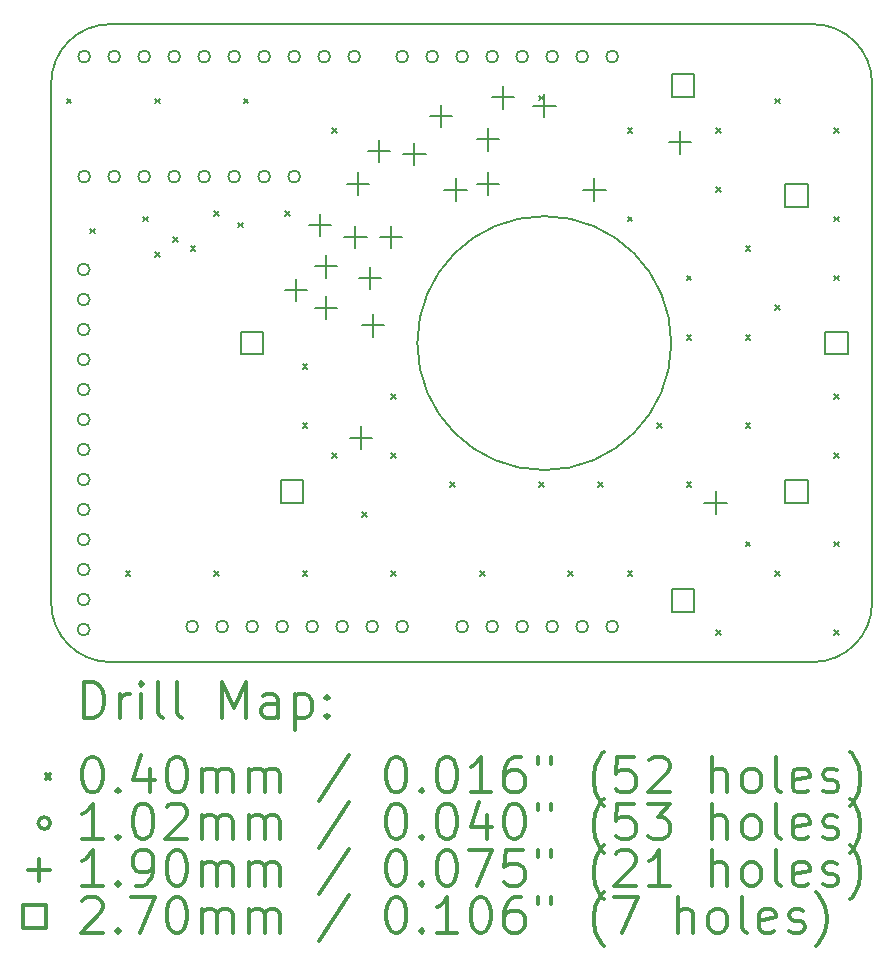
<source format=gbr>
%FSLAX45Y45*%
G04 Gerber Fmt 4.5, Leading zero omitted, Abs format (unit mm)*
G04 Created by KiCad (PCBNEW (2016-05-05 BZR 6775)-product) date 2016 August 31, Wednesday 02:40:12*
%MOMM*%
%LPD*%
G01*
G04 APERTURE LIST*
%ADD10C,0.127000*%
%ADD11C,0.150000*%
%ADD12C,0.200000*%
%ADD13C,0.300000*%
G04 APERTURE END LIST*
D10*
D11*
X13962000Y-12590000D02*
G75*
G03X13962000Y-12590000I-1075000J0D01*
G01*
X15162000Y-9890000D02*
X9212000Y-9890000D01*
X9212000Y-15290000D02*
X15162000Y-15290000D01*
X8712000Y-14790000D02*
G75*
G03X9212000Y-15290000I500000J0D01*
G01*
X8712000Y-14790000D02*
X8712000Y-10390000D01*
X15662000Y-10390000D02*
X15662000Y-14790000D01*
X15162000Y-15290000D02*
G75*
G03X15662000Y-14790000I0J500000D01*
G01*
X15662000Y-10390000D02*
G75*
G03X15162000Y-9890000I-500000J0D01*
G01*
X9212000Y-9890000D02*
G75*
G03X8712000Y-10390000I0J-500000D01*
G01*
D12*
X8842000Y-10520000D02*
X8882000Y-10560000D01*
X8882000Y-10520000D02*
X8842000Y-10560000D01*
X9042000Y-11620000D02*
X9082000Y-11660000D01*
X9082000Y-11620000D02*
X9042000Y-11660000D01*
X9342000Y-14520000D02*
X9382000Y-14560000D01*
X9382000Y-14520000D02*
X9342000Y-14560000D01*
X9492000Y-11520000D02*
X9532000Y-11560000D01*
X9532000Y-11520000D02*
X9492000Y-11560000D01*
X9592000Y-10520000D02*
X9632000Y-10560000D01*
X9632000Y-10520000D02*
X9592000Y-10560000D01*
X9592000Y-11820000D02*
X9632000Y-11860000D01*
X9632000Y-11820000D02*
X9592000Y-11860000D01*
X9742000Y-11695000D02*
X9782000Y-11735000D01*
X9782000Y-11695000D02*
X9742000Y-11735000D01*
X9892000Y-11770000D02*
X9932000Y-11810000D01*
X9932000Y-11770000D02*
X9892000Y-11810000D01*
X10092000Y-11470000D02*
X10132000Y-11510000D01*
X10132000Y-11470000D02*
X10092000Y-11510000D01*
X10092000Y-14520000D02*
X10132000Y-14560000D01*
X10132000Y-14520000D02*
X10092000Y-14560000D01*
X10292000Y-11570000D02*
X10332000Y-11610000D01*
X10332000Y-11570000D02*
X10292000Y-11610000D01*
X10342000Y-10520000D02*
X10382000Y-10560000D01*
X10382000Y-10520000D02*
X10342000Y-10560000D01*
X10692000Y-11470000D02*
X10732000Y-11510000D01*
X10732000Y-11470000D02*
X10692000Y-11510000D01*
X10842000Y-12770000D02*
X10882000Y-12810000D01*
X10882000Y-12770000D02*
X10842000Y-12810000D01*
X10842000Y-13270000D02*
X10882000Y-13310000D01*
X10882000Y-13270000D02*
X10842000Y-13310000D01*
X10842000Y-14520000D02*
X10882000Y-14560000D01*
X10882000Y-14520000D02*
X10842000Y-14560000D01*
X11092000Y-10770000D02*
X11132000Y-10810000D01*
X11132000Y-10770000D02*
X11092000Y-10810000D01*
X11092000Y-13520000D02*
X11132000Y-13560000D01*
X11132000Y-13520000D02*
X11092000Y-13560000D01*
X11342000Y-14020000D02*
X11382000Y-14060000D01*
X11382000Y-14020000D02*
X11342000Y-14060000D01*
X11592000Y-13020000D02*
X11632000Y-13060000D01*
X11632000Y-13020000D02*
X11592000Y-13060000D01*
X11592000Y-13520000D02*
X11632000Y-13560000D01*
X11632000Y-13520000D02*
X11592000Y-13560000D01*
X11592000Y-14520000D02*
X11632000Y-14560000D01*
X11632000Y-14520000D02*
X11592000Y-14560000D01*
X12092000Y-13770000D02*
X12132000Y-13810000D01*
X12132000Y-13770000D02*
X12092000Y-13810000D01*
X12342000Y-14520000D02*
X12382000Y-14560000D01*
X12382000Y-14520000D02*
X12342000Y-14560000D01*
X12842000Y-10495000D02*
X12882000Y-10535000D01*
X12882000Y-10495000D02*
X12842000Y-10535000D01*
X12842000Y-13770000D02*
X12882000Y-13810000D01*
X12882000Y-13770000D02*
X12842000Y-13810000D01*
X13092000Y-14520000D02*
X13132000Y-14560000D01*
X13132000Y-14520000D02*
X13092000Y-14560000D01*
X13342000Y-13770000D02*
X13382000Y-13810000D01*
X13382000Y-13770000D02*
X13342000Y-13810000D01*
X13592000Y-10770000D02*
X13632000Y-10810000D01*
X13632000Y-10770000D02*
X13592000Y-10810000D01*
X13592000Y-11520000D02*
X13632000Y-11560000D01*
X13632000Y-11520000D02*
X13592000Y-11560000D01*
X13592000Y-14520000D02*
X13632000Y-14560000D01*
X13632000Y-14520000D02*
X13592000Y-14560000D01*
X13842000Y-13270000D02*
X13882000Y-13310000D01*
X13882000Y-13270000D02*
X13842000Y-13310000D01*
X14092000Y-12020000D02*
X14132000Y-12060000D01*
X14132000Y-12020000D02*
X14092000Y-12060000D01*
X14092000Y-12520000D02*
X14132000Y-12560000D01*
X14132000Y-12520000D02*
X14092000Y-12560000D01*
X14092000Y-13770000D02*
X14132000Y-13810000D01*
X14132000Y-13770000D02*
X14092000Y-13810000D01*
X14342000Y-10770000D02*
X14382000Y-10810000D01*
X14382000Y-10770000D02*
X14342000Y-10810000D01*
X14342000Y-11270000D02*
X14382000Y-11310000D01*
X14382000Y-11270000D02*
X14342000Y-11310000D01*
X14342000Y-15020000D02*
X14382000Y-15060000D01*
X14382000Y-15020000D02*
X14342000Y-15060000D01*
X14592000Y-11770000D02*
X14632000Y-11810000D01*
X14632000Y-11770000D02*
X14592000Y-11810000D01*
X14592000Y-12520000D02*
X14632000Y-12560000D01*
X14632000Y-12520000D02*
X14592000Y-12560000D01*
X14592000Y-13270000D02*
X14632000Y-13310000D01*
X14632000Y-13270000D02*
X14592000Y-13310000D01*
X14592000Y-14270000D02*
X14632000Y-14310000D01*
X14632000Y-14270000D02*
X14592000Y-14310000D01*
X14842000Y-10520000D02*
X14882000Y-10560000D01*
X14882000Y-10520000D02*
X14842000Y-10560000D01*
X14842000Y-12270000D02*
X14882000Y-12310000D01*
X14882000Y-12270000D02*
X14842000Y-12310000D01*
X14842000Y-14520000D02*
X14882000Y-14560000D01*
X14882000Y-14520000D02*
X14842000Y-14560000D01*
X15342000Y-10770000D02*
X15382000Y-10810000D01*
X15382000Y-10770000D02*
X15342000Y-10810000D01*
X15342000Y-11520000D02*
X15382000Y-11560000D01*
X15382000Y-11520000D02*
X15342000Y-11560000D01*
X15342000Y-12020000D02*
X15382000Y-12060000D01*
X15382000Y-12020000D02*
X15342000Y-12060000D01*
X15342000Y-13020000D02*
X15382000Y-13060000D01*
X15382000Y-13020000D02*
X15342000Y-13060000D01*
X15342000Y-13520000D02*
X15382000Y-13560000D01*
X15382000Y-13520000D02*
X15342000Y-13560000D01*
X15342000Y-14270000D02*
X15382000Y-14310000D01*
X15382000Y-14270000D02*
X15342000Y-14310000D01*
X15342000Y-15020000D02*
X15382000Y-15060000D01*
X15382000Y-15020000D02*
X15342000Y-15060000D01*
X9037800Y-11967000D02*
G75*
G03X9037800Y-11967000I-50800J0D01*
G01*
X9037800Y-12221000D02*
G75*
G03X9037800Y-12221000I-50800J0D01*
G01*
X9037800Y-12475000D02*
G75*
G03X9037800Y-12475000I-50800J0D01*
G01*
X9037800Y-12729000D02*
G75*
G03X9037800Y-12729000I-50800J0D01*
G01*
X9037800Y-12983000D02*
G75*
G03X9037800Y-12983000I-50800J0D01*
G01*
X9037800Y-13237000D02*
G75*
G03X9037800Y-13237000I-50800J0D01*
G01*
X9037800Y-13491000D02*
G75*
G03X9037800Y-13491000I-50800J0D01*
G01*
X9037800Y-13745000D02*
G75*
G03X9037800Y-13745000I-50800J0D01*
G01*
X9037800Y-13999000D02*
G75*
G03X9037800Y-13999000I-50800J0D01*
G01*
X9037800Y-14253000D02*
G75*
G03X9037800Y-14253000I-50800J0D01*
G01*
X9037800Y-14507000D02*
G75*
G03X9037800Y-14507000I-50800J0D01*
G01*
X9037800Y-14761000D02*
G75*
G03X9037800Y-14761000I-50800J0D01*
G01*
X9037800Y-15015000D02*
G75*
G03X9037800Y-15015000I-50800J0D01*
G01*
X9042400Y-10163900D02*
G75*
G03X9042400Y-10163900I-50800J0D01*
G01*
X9042400Y-11179900D02*
G75*
G03X9042400Y-11179900I-50800J0D01*
G01*
X9296400Y-10163900D02*
G75*
G03X9296400Y-10163900I-50800J0D01*
G01*
X9296400Y-11179900D02*
G75*
G03X9296400Y-11179900I-50800J0D01*
G01*
X9550400Y-10163900D02*
G75*
G03X9550400Y-10163900I-50800J0D01*
G01*
X9550400Y-11179900D02*
G75*
G03X9550400Y-11179900I-50800J0D01*
G01*
X9804400Y-10163900D02*
G75*
G03X9804400Y-10163900I-50800J0D01*
G01*
X9804400Y-11179900D02*
G75*
G03X9804400Y-11179900I-50800J0D01*
G01*
X9956800Y-14989900D02*
G75*
G03X9956800Y-14989900I-50800J0D01*
G01*
X10058400Y-10163900D02*
G75*
G03X10058400Y-10163900I-50800J0D01*
G01*
X10058400Y-11179900D02*
G75*
G03X10058400Y-11179900I-50800J0D01*
G01*
X10210800Y-14989900D02*
G75*
G03X10210800Y-14989900I-50800J0D01*
G01*
X10312400Y-10163900D02*
G75*
G03X10312400Y-10163900I-50800J0D01*
G01*
X10312400Y-11179900D02*
G75*
G03X10312400Y-11179900I-50800J0D01*
G01*
X10464800Y-14989900D02*
G75*
G03X10464800Y-14989900I-50800J0D01*
G01*
X10566400Y-10163900D02*
G75*
G03X10566400Y-10163900I-50800J0D01*
G01*
X10566400Y-11179900D02*
G75*
G03X10566400Y-11179900I-50800J0D01*
G01*
X10718800Y-14989900D02*
G75*
G03X10718800Y-14989900I-50800J0D01*
G01*
X10820400Y-10163900D02*
G75*
G03X10820400Y-10163900I-50800J0D01*
G01*
X10820400Y-11179900D02*
G75*
G03X10820400Y-11179900I-50800J0D01*
G01*
X10972800Y-14989900D02*
G75*
G03X10972800Y-14989900I-50800J0D01*
G01*
X11074400Y-10163900D02*
G75*
G03X11074400Y-10163900I-50800J0D01*
G01*
X11226800Y-14989900D02*
G75*
G03X11226800Y-14989900I-50800J0D01*
G01*
X11328400Y-10163900D02*
G75*
G03X11328400Y-10163900I-50800J0D01*
G01*
X11480800Y-14989900D02*
G75*
G03X11480800Y-14989900I-50800J0D01*
G01*
X11734800Y-10163900D02*
G75*
G03X11734800Y-10163900I-50800J0D01*
G01*
X11734800Y-14989900D02*
G75*
G03X11734800Y-14989900I-50800J0D01*
G01*
X11988800Y-10163900D02*
G75*
G03X11988800Y-10163900I-50800J0D01*
G01*
X12242800Y-10163900D02*
G75*
G03X12242800Y-10163900I-50800J0D01*
G01*
X12242800Y-14989900D02*
G75*
G03X12242800Y-14989900I-50800J0D01*
G01*
X12496800Y-10163900D02*
G75*
G03X12496800Y-10163900I-50800J0D01*
G01*
X12496800Y-14989900D02*
G75*
G03X12496800Y-14989900I-50800J0D01*
G01*
X12750800Y-10163900D02*
G75*
G03X12750800Y-10163900I-50800J0D01*
G01*
X12750800Y-14989900D02*
G75*
G03X12750800Y-14989900I-50800J0D01*
G01*
X13004800Y-10163900D02*
G75*
G03X13004800Y-10163900I-50800J0D01*
G01*
X13004800Y-14989900D02*
G75*
G03X13004800Y-14989900I-50800J0D01*
G01*
X13258800Y-10163900D02*
G75*
G03X13258800Y-10163900I-50800J0D01*
G01*
X13258800Y-14989900D02*
G75*
G03X13258800Y-14989900I-50800J0D01*
G01*
X13512800Y-10163900D02*
G75*
G03X13512800Y-10163900I-50800J0D01*
G01*
X13512800Y-14989900D02*
G75*
G03X13512800Y-14989900I-50800J0D01*
G01*
X10787000Y-12045000D02*
X10787000Y-12235000D01*
X10692000Y-12140000D02*
X10882000Y-12140000D01*
X10987000Y-11495000D02*
X10987000Y-11685000D01*
X10892000Y-11590000D02*
X11082000Y-11590000D01*
X11037000Y-11845000D02*
X11037000Y-12035000D01*
X10942000Y-11940000D02*
X11132000Y-11940000D01*
X11037000Y-12195000D02*
X11037000Y-12385000D01*
X10942000Y-12290000D02*
X11132000Y-12290000D01*
X11287000Y-11595000D02*
X11287000Y-11785000D01*
X11192000Y-11690000D02*
X11382000Y-11690000D01*
X11312000Y-11145000D02*
X11312000Y-11335000D01*
X11217000Y-11240000D02*
X11407000Y-11240000D01*
X11337000Y-13295000D02*
X11337000Y-13485000D01*
X11242000Y-13390000D02*
X11432000Y-13390000D01*
X11412000Y-11945000D02*
X11412000Y-12135000D01*
X11317000Y-12040000D02*
X11507000Y-12040000D01*
X11437000Y-12345000D02*
X11437000Y-12535000D01*
X11342000Y-12440000D02*
X11532000Y-12440000D01*
X11487000Y-10870000D02*
X11487000Y-11060000D01*
X11392000Y-10965000D02*
X11582000Y-10965000D01*
X11587000Y-11595000D02*
X11587000Y-11785000D01*
X11492000Y-11690000D02*
X11682000Y-11690000D01*
X11787000Y-10895000D02*
X11787000Y-11085000D01*
X11692000Y-10990000D02*
X11882000Y-10990000D01*
X12012000Y-10570000D02*
X12012000Y-10760000D01*
X11917000Y-10665000D02*
X12107000Y-10665000D01*
X12137000Y-11195000D02*
X12137000Y-11385000D01*
X12042000Y-11290000D02*
X12232000Y-11290000D01*
X12412000Y-10770000D02*
X12412000Y-10960000D01*
X12317000Y-10865000D02*
X12507000Y-10865000D01*
X12412000Y-11145000D02*
X12412000Y-11335000D01*
X12317000Y-11240000D02*
X12507000Y-11240000D01*
X12537000Y-10415000D02*
X12537000Y-10605000D01*
X12442000Y-10510000D02*
X12632000Y-10510000D01*
X12887000Y-10485000D02*
X12887000Y-10675000D01*
X12792000Y-10580000D02*
X12982000Y-10580000D01*
X13312000Y-11195000D02*
X13312000Y-11385000D01*
X13217000Y-11290000D02*
X13407000Y-11290000D01*
X14037000Y-10795000D02*
X14037000Y-10985000D01*
X13942000Y-10890000D02*
X14132000Y-10890000D01*
X14337000Y-13845000D02*
X14337000Y-14035000D01*
X14242000Y-13940000D02*
X14432000Y-13940000D01*
X10507460Y-12685460D02*
X10507460Y-12494540D01*
X10316540Y-12494540D01*
X10316540Y-12685460D01*
X10507460Y-12685460D01*
X10847460Y-13940460D02*
X10847460Y-13749540D01*
X10656540Y-13749540D01*
X10656540Y-13940460D01*
X10847460Y-13940460D01*
X14157460Y-10505460D02*
X14157460Y-10314540D01*
X13966540Y-10314540D01*
X13966540Y-10505460D01*
X14157460Y-10505460D01*
X14157460Y-14865460D02*
X14157460Y-14674540D01*
X13966540Y-14674540D01*
X13966540Y-14865460D01*
X14157460Y-14865460D01*
X15117460Y-11435460D02*
X15117460Y-11244540D01*
X14926540Y-11244540D01*
X14926540Y-11435460D01*
X15117460Y-11435460D01*
X15117460Y-13940460D02*
X15117460Y-13749540D01*
X14926540Y-13749540D01*
X14926540Y-13940460D01*
X15117460Y-13940460D01*
X15457460Y-12685460D02*
X15457460Y-12494540D01*
X15266540Y-12494540D01*
X15266540Y-12685460D01*
X15457460Y-12685460D01*
D13*
X8990928Y-15763214D02*
X8990928Y-15463214D01*
X9062357Y-15463214D01*
X9105214Y-15477500D01*
X9133786Y-15506071D01*
X9148071Y-15534643D01*
X9162357Y-15591786D01*
X9162357Y-15634643D01*
X9148071Y-15691786D01*
X9133786Y-15720357D01*
X9105214Y-15748929D01*
X9062357Y-15763214D01*
X8990928Y-15763214D01*
X9290928Y-15763214D02*
X9290928Y-15563214D01*
X9290928Y-15620357D02*
X9305214Y-15591786D01*
X9319500Y-15577500D01*
X9348071Y-15563214D01*
X9376643Y-15563214D01*
X9476643Y-15763214D02*
X9476643Y-15563214D01*
X9476643Y-15463214D02*
X9462357Y-15477500D01*
X9476643Y-15491786D01*
X9490928Y-15477500D01*
X9476643Y-15463214D01*
X9476643Y-15491786D01*
X9662357Y-15763214D02*
X9633786Y-15748929D01*
X9619500Y-15720357D01*
X9619500Y-15463214D01*
X9819500Y-15763214D02*
X9790928Y-15748929D01*
X9776643Y-15720357D01*
X9776643Y-15463214D01*
X10162357Y-15763214D02*
X10162357Y-15463214D01*
X10262357Y-15677500D01*
X10362357Y-15463214D01*
X10362357Y-15763214D01*
X10633786Y-15763214D02*
X10633786Y-15606071D01*
X10619500Y-15577500D01*
X10590928Y-15563214D01*
X10533786Y-15563214D01*
X10505214Y-15577500D01*
X10633786Y-15748929D02*
X10605214Y-15763214D01*
X10533786Y-15763214D01*
X10505214Y-15748929D01*
X10490928Y-15720357D01*
X10490928Y-15691786D01*
X10505214Y-15663214D01*
X10533786Y-15648929D01*
X10605214Y-15648929D01*
X10633786Y-15634643D01*
X10776643Y-15563214D02*
X10776643Y-15863214D01*
X10776643Y-15577500D02*
X10805214Y-15563214D01*
X10862357Y-15563214D01*
X10890928Y-15577500D01*
X10905214Y-15591786D01*
X10919500Y-15620357D01*
X10919500Y-15706071D01*
X10905214Y-15734643D01*
X10890928Y-15748929D01*
X10862357Y-15763214D01*
X10805214Y-15763214D01*
X10776643Y-15748929D01*
X11048071Y-15734643D02*
X11062357Y-15748929D01*
X11048071Y-15763214D01*
X11033786Y-15748929D01*
X11048071Y-15734643D01*
X11048071Y-15763214D01*
X11048071Y-15577500D02*
X11062357Y-15591786D01*
X11048071Y-15606071D01*
X11033786Y-15591786D01*
X11048071Y-15577500D01*
X11048071Y-15606071D01*
X8664500Y-16237500D02*
X8704500Y-16277500D01*
X8704500Y-16237500D02*
X8664500Y-16277500D01*
X9048071Y-16093214D02*
X9076643Y-16093214D01*
X9105214Y-16107500D01*
X9119500Y-16121786D01*
X9133786Y-16150357D01*
X9148071Y-16207500D01*
X9148071Y-16278929D01*
X9133786Y-16336071D01*
X9119500Y-16364643D01*
X9105214Y-16378929D01*
X9076643Y-16393214D01*
X9048071Y-16393214D01*
X9019500Y-16378929D01*
X9005214Y-16364643D01*
X8990928Y-16336071D01*
X8976643Y-16278929D01*
X8976643Y-16207500D01*
X8990928Y-16150357D01*
X9005214Y-16121786D01*
X9019500Y-16107500D01*
X9048071Y-16093214D01*
X9276643Y-16364643D02*
X9290928Y-16378929D01*
X9276643Y-16393214D01*
X9262357Y-16378929D01*
X9276643Y-16364643D01*
X9276643Y-16393214D01*
X9548071Y-16193214D02*
X9548071Y-16393214D01*
X9476643Y-16078929D02*
X9405214Y-16293214D01*
X9590928Y-16293214D01*
X9762357Y-16093214D02*
X9790928Y-16093214D01*
X9819500Y-16107500D01*
X9833786Y-16121786D01*
X9848071Y-16150357D01*
X9862357Y-16207500D01*
X9862357Y-16278929D01*
X9848071Y-16336071D01*
X9833786Y-16364643D01*
X9819500Y-16378929D01*
X9790928Y-16393214D01*
X9762357Y-16393214D01*
X9733786Y-16378929D01*
X9719500Y-16364643D01*
X9705214Y-16336071D01*
X9690928Y-16278929D01*
X9690928Y-16207500D01*
X9705214Y-16150357D01*
X9719500Y-16121786D01*
X9733786Y-16107500D01*
X9762357Y-16093214D01*
X9990928Y-16393214D02*
X9990928Y-16193214D01*
X9990928Y-16221786D02*
X10005214Y-16207500D01*
X10033786Y-16193214D01*
X10076643Y-16193214D01*
X10105214Y-16207500D01*
X10119500Y-16236071D01*
X10119500Y-16393214D01*
X10119500Y-16236071D02*
X10133786Y-16207500D01*
X10162357Y-16193214D01*
X10205214Y-16193214D01*
X10233786Y-16207500D01*
X10248071Y-16236071D01*
X10248071Y-16393214D01*
X10390928Y-16393214D02*
X10390928Y-16193214D01*
X10390928Y-16221786D02*
X10405214Y-16207500D01*
X10433786Y-16193214D01*
X10476643Y-16193214D01*
X10505214Y-16207500D01*
X10519500Y-16236071D01*
X10519500Y-16393214D01*
X10519500Y-16236071D02*
X10533786Y-16207500D01*
X10562357Y-16193214D01*
X10605214Y-16193214D01*
X10633786Y-16207500D01*
X10648071Y-16236071D01*
X10648071Y-16393214D01*
X11233786Y-16078929D02*
X10976643Y-16464643D01*
X11619500Y-16093214D02*
X11648071Y-16093214D01*
X11676643Y-16107500D01*
X11690928Y-16121786D01*
X11705214Y-16150357D01*
X11719500Y-16207500D01*
X11719500Y-16278929D01*
X11705214Y-16336071D01*
X11690928Y-16364643D01*
X11676643Y-16378929D01*
X11648071Y-16393214D01*
X11619500Y-16393214D01*
X11590928Y-16378929D01*
X11576643Y-16364643D01*
X11562357Y-16336071D01*
X11548071Y-16278929D01*
X11548071Y-16207500D01*
X11562357Y-16150357D01*
X11576643Y-16121786D01*
X11590928Y-16107500D01*
X11619500Y-16093214D01*
X11848071Y-16364643D02*
X11862357Y-16378929D01*
X11848071Y-16393214D01*
X11833786Y-16378929D01*
X11848071Y-16364643D01*
X11848071Y-16393214D01*
X12048071Y-16093214D02*
X12076643Y-16093214D01*
X12105214Y-16107500D01*
X12119500Y-16121786D01*
X12133786Y-16150357D01*
X12148071Y-16207500D01*
X12148071Y-16278929D01*
X12133786Y-16336071D01*
X12119500Y-16364643D01*
X12105214Y-16378929D01*
X12076643Y-16393214D01*
X12048071Y-16393214D01*
X12019500Y-16378929D01*
X12005214Y-16364643D01*
X11990928Y-16336071D01*
X11976643Y-16278929D01*
X11976643Y-16207500D01*
X11990928Y-16150357D01*
X12005214Y-16121786D01*
X12019500Y-16107500D01*
X12048071Y-16093214D01*
X12433786Y-16393214D02*
X12262357Y-16393214D01*
X12348071Y-16393214D02*
X12348071Y-16093214D01*
X12319500Y-16136071D01*
X12290928Y-16164643D01*
X12262357Y-16178929D01*
X12690928Y-16093214D02*
X12633786Y-16093214D01*
X12605214Y-16107500D01*
X12590928Y-16121786D01*
X12562357Y-16164643D01*
X12548071Y-16221786D01*
X12548071Y-16336071D01*
X12562357Y-16364643D01*
X12576643Y-16378929D01*
X12605214Y-16393214D01*
X12662357Y-16393214D01*
X12690928Y-16378929D01*
X12705214Y-16364643D01*
X12719500Y-16336071D01*
X12719500Y-16264643D01*
X12705214Y-16236071D01*
X12690928Y-16221786D01*
X12662357Y-16207500D01*
X12605214Y-16207500D01*
X12576643Y-16221786D01*
X12562357Y-16236071D01*
X12548071Y-16264643D01*
X12833786Y-16093214D02*
X12833786Y-16150357D01*
X12948071Y-16093214D02*
X12948071Y-16150357D01*
X13390928Y-16507500D02*
X13376643Y-16493214D01*
X13348071Y-16450357D01*
X13333786Y-16421786D01*
X13319500Y-16378929D01*
X13305214Y-16307500D01*
X13305214Y-16250357D01*
X13319500Y-16178929D01*
X13333786Y-16136071D01*
X13348071Y-16107500D01*
X13376643Y-16064643D01*
X13390928Y-16050357D01*
X13648071Y-16093214D02*
X13505214Y-16093214D01*
X13490928Y-16236071D01*
X13505214Y-16221786D01*
X13533786Y-16207500D01*
X13605214Y-16207500D01*
X13633786Y-16221786D01*
X13648071Y-16236071D01*
X13662357Y-16264643D01*
X13662357Y-16336071D01*
X13648071Y-16364643D01*
X13633786Y-16378929D01*
X13605214Y-16393214D01*
X13533786Y-16393214D01*
X13505214Y-16378929D01*
X13490928Y-16364643D01*
X13776643Y-16121786D02*
X13790928Y-16107500D01*
X13819500Y-16093214D01*
X13890928Y-16093214D01*
X13919500Y-16107500D01*
X13933786Y-16121786D01*
X13948071Y-16150357D01*
X13948071Y-16178929D01*
X13933786Y-16221786D01*
X13762357Y-16393214D01*
X13948071Y-16393214D01*
X14305214Y-16393214D02*
X14305214Y-16093214D01*
X14433786Y-16393214D02*
X14433786Y-16236071D01*
X14419500Y-16207500D01*
X14390928Y-16193214D01*
X14348071Y-16193214D01*
X14319500Y-16207500D01*
X14305214Y-16221786D01*
X14619500Y-16393214D02*
X14590928Y-16378929D01*
X14576643Y-16364643D01*
X14562357Y-16336071D01*
X14562357Y-16250357D01*
X14576643Y-16221786D01*
X14590928Y-16207500D01*
X14619500Y-16193214D01*
X14662357Y-16193214D01*
X14690928Y-16207500D01*
X14705214Y-16221786D01*
X14719500Y-16250357D01*
X14719500Y-16336071D01*
X14705214Y-16364643D01*
X14690928Y-16378929D01*
X14662357Y-16393214D01*
X14619500Y-16393214D01*
X14890928Y-16393214D02*
X14862357Y-16378929D01*
X14848071Y-16350357D01*
X14848071Y-16093214D01*
X15119500Y-16378929D02*
X15090928Y-16393214D01*
X15033786Y-16393214D01*
X15005214Y-16378929D01*
X14990928Y-16350357D01*
X14990928Y-16236071D01*
X15005214Y-16207500D01*
X15033786Y-16193214D01*
X15090928Y-16193214D01*
X15119500Y-16207500D01*
X15133786Y-16236071D01*
X15133786Y-16264643D01*
X14990928Y-16293214D01*
X15248071Y-16378929D02*
X15276643Y-16393214D01*
X15333786Y-16393214D01*
X15362357Y-16378929D01*
X15376643Y-16350357D01*
X15376643Y-16336071D01*
X15362357Y-16307500D01*
X15333786Y-16293214D01*
X15290928Y-16293214D01*
X15262357Y-16278929D01*
X15248071Y-16250357D01*
X15248071Y-16236071D01*
X15262357Y-16207500D01*
X15290928Y-16193214D01*
X15333786Y-16193214D01*
X15362357Y-16207500D01*
X15476643Y-16507500D02*
X15490928Y-16493214D01*
X15519500Y-16450357D01*
X15533786Y-16421786D01*
X15548071Y-16378929D01*
X15562357Y-16307500D01*
X15562357Y-16250357D01*
X15548071Y-16178929D01*
X15533786Y-16136071D01*
X15519500Y-16107500D01*
X15490928Y-16064643D01*
X15476643Y-16050357D01*
X8704500Y-16653500D02*
G75*
G03X8704500Y-16653500I-50800J0D01*
G01*
X9148071Y-16789214D02*
X8976643Y-16789214D01*
X9062357Y-16789214D02*
X9062357Y-16489214D01*
X9033786Y-16532071D01*
X9005214Y-16560643D01*
X8976643Y-16574929D01*
X9276643Y-16760643D02*
X9290928Y-16774929D01*
X9276643Y-16789214D01*
X9262357Y-16774929D01*
X9276643Y-16760643D01*
X9276643Y-16789214D01*
X9476643Y-16489214D02*
X9505214Y-16489214D01*
X9533786Y-16503500D01*
X9548071Y-16517786D01*
X9562357Y-16546357D01*
X9576643Y-16603500D01*
X9576643Y-16674929D01*
X9562357Y-16732071D01*
X9548071Y-16760643D01*
X9533786Y-16774929D01*
X9505214Y-16789214D01*
X9476643Y-16789214D01*
X9448071Y-16774929D01*
X9433786Y-16760643D01*
X9419500Y-16732071D01*
X9405214Y-16674929D01*
X9405214Y-16603500D01*
X9419500Y-16546357D01*
X9433786Y-16517786D01*
X9448071Y-16503500D01*
X9476643Y-16489214D01*
X9690928Y-16517786D02*
X9705214Y-16503500D01*
X9733786Y-16489214D01*
X9805214Y-16489214D01*
X9833786Y-16503500D01*
X9848071Y-16517786D01*
X9862357Y-16546357D01*
X9862357Y-16574929D01*
X9848071Y-16617786D01*
X9676643Y-16789214D01*
X9862357Y-16789214D01*
X9990928Y-16789214D02*
X9990928Y-16589214D01*
X9990928Y-16617786D02*
X10005214Y-16603500D01*
X10033786Y-16589214D01*
X10076643Y-16589214D01*
X10105214Y-16603500D01*
X10119500Y-16632071D01*
X10119500Y-16789214D01*
X10119500Y-16632071D02*
X10133786Y-16603500D01*
X10162357Y-16589214D01*
X10205214Y-16589214D01*
X10233786Y-16603500D01*
X10248071Y-16632071D01*
X10248071Y-16789214D01*
X10390928Y-16789214D02*
X10390928Y-16589214D01*
X10390928Y-16617786D02*
X10405214Y-16603500D01*
X10433786Y-16589214D01*
X10476643Y-16589214D01*
X10505214Y-16603500D01*
X10519500Y-16632071D01*
X10519500Y-16789214D01*
X10519500Y-16632071D02*
X10533786Y-16603500D01*
X10562357Y-16589214D01*
X10605214Y-16589214D01*
X10633786Y-16603500D01*
X10648071Y-16632071D01*
X10648071Y-16789214D01*
X11233786Y-16474929D02*
X10976643Y-16860643D01*
X11619500Y-16489214D02*
X11648071Y-16489214D01*
X11676643Y-16503500D01*
X11690928Y-16517786D01*
X11705214Y-16546357D01*
X11719500Y-16603500D01*
X11719500Y-16674929D01*
X11705214Y-16732071D01*
X11690928Y-16760643D01*
X11676643Y-16774929D01*
X11648071Y-16789214D01*
X11619500Y-16789214D01*
X11590928Y-16774929D01*
X11576643Y-16760643D01*
X11562357Y-16732071D01*
X11548071Y-16674929D01*
X11548071Y-16603500D01*
X11562357Y-16546357D01*
X11576643Y-16517786D01*
X11590928Y-16503500D01*
X11619500Y-16489214D01*
X11848071Y-16760643D02*
X11862357Y-16774929D01*
X11848071Y-16789214D01*
X11833786Y-16774929D01*
X11848071Y-16760643D01*
X11848071Y-16789214D01*
X12048071Y-16489214D02*
X12076643Y-16489214D01*
X12105214Y-16503500D01*
X12119500Y-16517786D01*
X12133786Y-16546357D01*
X12148071Y-16603500D01*
X12148071Y-16674929D01*
X12133786Y-16732071D01*
X12119500Y-16760643D01*
X12105214Y-16774929D01*
X12076643Y-16789214D01*
X12048071Y-16789214D01*
X12019500Y-16774929D01*
X12005214Y-16760643D01*
X11990928Y-16732071D01*
X11976643Y-16674929D01*
X11976643Y-16603500D01*
X11990928Y-16546357D01*
X12005214Y-16517786D01*
X12019500Y-16503500D01*
X12048071Y-16489214D01*
X12405214Y-16589214D02*
X12405214Y-16789214D01*
X12333786Y-16474929D02*
X12262357Y-16689214D01*
X12448071Y-16689214D01*
X12619500Y-16489214D02*
X12648071Y-16489214D01*
X12676643Y-16503500D01*
X12690928Y-16517786D01*
X12705214Y-16546357D01*
X12719500Y-16603500D01*
X12719500Y-16674929D01*
X12705214Y-16732071D01*
X12690928Y-16760643D01*
X12676643Y-16774929D01*
X12648071Y-16789214D01*
X12619500Y-16789214D01*
X12590928Y-16774929D01*
X12576643Y-16760643D01*
X12562357Y-16732071D01*
X12548071Y-16674929D01*
X12548071Y-16603500D01*
X12562357Y-16546357D01*
X12576643Y-16517786D01*
X12590928Y-16503500D01*
X12619500Y-16489214D01*
X12833786Y-16489214D02*
X12833786Y-16546357D01*
X12948071Y-16489214D02*
X12948071Y-16546357D01*
X13390928Y-16903500D02*
X13376643Y-16889214D01*
X13348071Y-16846357D01*
X13333786Y-16817786D01*
X13319500Y-16774929D01*
X13305214Y-16703500D01*
X13305214Y-16646357D01*
X13319500Y-16574929D01*
X13333786Y-16532071D01*
X13348071Y-16503500D01*
X13376643Y-16460643D01*
X13390928Y-16446357D01*
X13648071Y-16489214D02*
X13505214Y-16489214D01*
X13490928Y-16632071D01*
X13505214Y-16617786D01*
X13533786Y-16603500D01*
X13605214Y-16603500D01*
X13633786Y-16617786D01*
X13648071Y-16632071D01*
X13662357Y-16660643D01*
X13662357Y-16732071D01*
X13648071Y-16760643D01*
X13633786Y-16774929D01*
X13605214Y-16789214D01*
X13533786Y-16789214D01*
X13505214Y-16774929D01*
X13490928Y-16760643D01*
X13762357Y-16489214D02*
X13948071Y-16489214D01*
X13848071Y-16603500D01*
X13890928Y-16603500D01*
X13919500Y-16617786D01*
X13933786Y-16632071D01*
X13948071Y-16660643D01*
X13948071Y-16732071D01*
X13933786Y-16760643D01*
X13919500Y-16774929D01*
X13890928Y-16789214D01*
X13805214Y-16789214D01*
X13776643Y-16774929D01*
X13762357Y-16760643D01*
X14305214Y-16789214D02*
X14305214Y-16489214D01*
X14433786Y-16789214D02*
X14433786Y-16632071D01*
X14419500Y-16603500D01*
X14390928Y-16589214D01*
X14348071Y-16589214D01*
X14319500Y-16603500D01*
X14305214Y-16617786D01*
X14619500Y-16789214D02*
X14590928Y-16774929D01*
X14576643Y-16760643D01*
X14562357Y-16732071D01*
X14562357Y-16646357D01*
X14576643Y-16617786D01*
X14590928Y-16603500D01*
X14619500Y-16589214D01*
X14662357Y-16589214D01*
X14690928Y-16603500D01*
X14705214Y-16617786D01*
X14719500Y-16646357D01*
X14719500Y-16732071D01*
X14705214Y-16760643D01*
X14690928Y-16774929D01*
X14662357Y-16789214D01*
X14619500Y-16789214D01*
X14890928Y-16789214D02*
X14862357Y-16774929D01*
X14848071Y-16746357D01*
X14848071Y-16489214D01*
X15119500Y-16774929D02*
X15090928Y-16789214D01*
X15033786Y-16789214D01*
X15005214Y-16774929D01*
X14990928Y-16746357D01*
X14990928Y-16632071D01*
X15005214Y-16603500D01*
X15033786Y-16589214D01*
X15090928Y-16589214D01*
X15119500Y-16603500D01*
X15133786Y-16632071D01*
X15133786Y-16660643D01*
X14990928Y-16689214D01*
X15248071Y-16774929D02*
X15276643Y-16789214D01*
X15333786Y-16789214D01*
X15362357Y-16774929D01*
X15376643Y-16746357D01*
X15376643Y-16732071D01*
X15362357Y-16703500D01*
X15333786Y-16689214D01*
X15290928Y-16689214D01*
X15262357Y-16674929D01*
X15248071Y-16646357D01*
X15248071Y-16632071D01*
X15262357Y-16603500D01*
X15290928Y-16589214D01*
X15333786Y-16589214D01*
X15362357Y-16603500D01*
X15476643Y-16903500D02*
X15490928Y-16889214D01*
X15519500Y-16846357D01*
X15533786Y-16817786D01*
X15548071Y-16774929D01*
X15562357Y-16703500D01*
X15562357Y-16646357D01*
X15548071Y-16574929D01*
X15533786Y-16532071D01*
X15519500Y-16503500D01*
X15490928Y-16460643D01*
X15476643Y-16446357D01*
X8609500Y-16954500D02*
X8609500Y-17144500D01*
X8514500Y-17049500D02*
X8704500Y-17049500D01*
X9148071Y-17185214D02*
X8976643Y-17185214D01*
X9062357Y-17185214D02*
X9062357Y-16885214D01*
X9033786Y-16928072D01*
X9005214Y-16956643D01*
X8976643Y-16970929D01*
X9276643Y-17156643D02*
X9290928Y-17170929D01*
X9276643Y-17185214D01*
X9262357Y-17170929D01*
X9276643Y-17156643D01*
X9276643Y-17185214D01*
X9433786Y-17185214D02*
X9490928Y-17185214D01*
X9519500Y-17170929D01*
X9533786Y-17156643D01*
X9562357Y-17113786D01*
X9576643Y-17056643D01*
X9576643Y-16942357D01*
X9562357Y-16913786D01*
X9548071Y-16899500D01*
X9519500Y-16885214D01*
X9462357Y-16885214D01*
X9433786Y-16899500D01*
X9419500Y-16913786D01*
X9405214Y-16942357D01*
X9405214Y-17013786D01*
X9419500Y-17042357D01*
X9433786Y-17056643D01*
X9462357Y-17070929D01*
X9519500Y-17070929D01*
X9548071Y-17056643D01*
X9562357Y-17042357D01*
X9576643Y-17013786D01*
X9762357Y-16885214D02*
X9790928Y-16885214D01*
X9819500Y-16899500D01*
X9833786Y-16913786D01*
X9848071Y-16942357D01*
X9862357Y-16999500D01*
X9862357Y-17070929D01*
X9848071Y-17128072D01*
X9833786Y-17156643D01*
X9819500Y-17170929D01*
X9790928Y-17185214D01*
X9762357Y-17185214D01*
X9733786Y-17170929D01*
X9719500Y-17156643D01*
X9705214Y-17128072D01*
X9690928Y-17070929D01*
X9690928Y-16999500D01*
X9705214Y-16942357D01*
X9719500Y-16913786D01*
X9733786Y-16899500D01*
X9762357Y-16885214D01*
X9990928Y-17185214D02*
X9990928Y-16985214D01*
X9990928Y-17013786D02*
X10005214Y-16999500D01*
X10033786Y-16985214D01*
X10076643Y-16985214D01*
X10105214Y-16999500D01*
X10119500Y-17028072D01*
X10119500Y-17185214D01*
X10119500Y-17028072D02*
X10133786Y-16999500D01*
X10162357Y-16985214D01*
X10205214Y-16985214D01*
X10233786Y-16999500D01*
X10248071Y-17028072D01*
X10248071Y-17185214D01*
X10390928Y-17185214D02*
X10390928Y-16985214D01*
X10390928Y-17013786D02*
X10405214Y-16999500D01*
X10433786Y-16985214D01*
X10476643Y-16985214D01*
X10505214Y-16999500D01*
X10519500Y-17028072D01*
X10519500Y-17185214D01*
X10519500Y-17028072D02*
X10533786Y-16999500D01*
X10562357Y-16985214D01*
X10605214Y-16985214D01*
X10633786Y-16999500D01*
X10648071Y-17028072D01*
X10648071Y-17185214D01*
X11233786Y-16870929D02*
X10976643Y-17256643D01*
X11619500Y-16885214D02*
X11648071Y-16885214D01*
X11676643Y-16899500D01*
X11690928Y-16913786D01*
X11705214Y-16942357D01*
X11719500Y-16999500D01*
X11719500Y-17070929D01*
X11705214Y-17128072D01*
X11690928Y-17156643D01*
X11676643Y-17170929D01*
X11648071Y-17185214D01*
X11619500Y-17185214D01*
X11590928Y-17170929D01*
X11576643Y-17156643D01*
X11562357Y-17128072D01*
X11548071Y-17070929D01*
X11548071Y-16999500D01*
X11562357Y-16942357D01*
X11576643Y-16913786D01*
X11590928Y-16899500D01*
X11619500Y-16885214D01*
X11848071Y-17156643D02*
X11862357Y-17170929D01*
X11848071Y-17185214D01*
X11833786Y-17170929D01*
X11848071Y-17156643D01*
X11848071Y-17185214D01*
X12048071Y-16885214D02*
X12076643Y-16885214D01*
X12105214Y-16899500D01*
X12119500Y-16913786D01*
X12133786Y-16942357D01*
X12148071Y-16999500D01*
X12148071Y-17070929D01*
X12133786Y-17128072D01*
X12119500Y-17156643D01*
X12105214Y-17170929D01*
X12076643Y-17185214D01*
X12048071Y-17185214D01*
X12019500Y-17170929D01*
X12005214Y-17156643D01*
X11990928Y-17128072D01*
X11976643Y-17070929D01*
X11976643Y-16999500D01*
X11990928Y-16942357D01*
X12005214Y-16913786D01*
X12019500Y-16899500D01*
X12048071Y-16885214D01*
X12248071Y-16885214D02*
X12448071Y-16885214D01*
X12319500Y-17185214D01*
X12705214Y-16885214D02*
X12562357Y-16885214D01*
X12548071Y-17028072D01*
X12562357Y-17013786D01*
X12590928Y-16999500D01*
X12662357Y-16999500D01*
X12690928Y-17013786D01*
X12705214Y-17028072D01*
X12719500Y-17056643D01*
X12719500Y-17128072D01*
X12705214Y-17156643D01*
X12690928Y-17170929D01*
X12662357Y-17185214D01*
X12590928Y-17185214D01*
X12562357Y-17170929D01*
X12548071Y-17156643D01*
X12833786Y-16885214D02*
X12833786Y-16942357D01*
X12948071Y-16885214D02*
X12948071Y-16942357D01*
X13390928Y-17299500D02*
X13376643Y-17285214D01*
X13348071Y-17242357D01*
X13333786Y-17213786D01*
X13319500Y-17170929D01*
X13305214Y-17099500D01*
X13305214Y-17042357D01*
X13319500Y-16970929D01*
X13333786Y-16928072D01*
X13348071Y-16899500D01*
X13376643Y-16856643D01*
X13390928Y-16842357D01*
X13490928Y-16913786D02*
X13505214Y-16899500D01*
X13533786Y-16885214D01*
X13605214Y-16885214D01*
X13633786Y-16899500D01*
X13648071Y-16913786D01*
X13662357Y-16942357D01*
X13662357Y-16970929D01*
X13648071Y-17013786D01*
X13476643Y-17185214D01*
X13662357Y-17185214D01*
X13948071Y-17185214D02*
X13776643Y-17185214D01*
X13862357Y-17185214D02*
X13862357Y-16885214D01*
X13833786Y-16928072D01*
X13805214Y-16956643D01*
X13776643Y-16970929D01*
X14305214Y-17185214D02*
X14305214Y-16885214D01*
X14433786Y-17185214D02*
X14433786Y-17028072D01*
X14419500Y-16999500D01*
X14390928Y-16985214D01*
X14348071Y-16985214D01*
X14319500Y-16999500D01*
X14305214Y-17013786D01*
X14619500Y-17185214D02*
X14590928Y-17170929D01*
X14576643Y-17156643D01*
X14562357Y-17128072D01*
X14562357Y-17042357D01*
X14576643Y-17013786D01*
X14590928Y-16999500D01*
X14619500Y-16985214D01*
X14662357Y-16985214D01*
X14690928Y-16999500D01*
X14705214Y-17013786D01*
X14719500Y-17042357D01*
X14719500Y-17128072D01*
X14705214Y-17156643D01*
X14690928Y-17170929D01*
X14662357Y-17185214D01*
X14619500Y-17185214D01*
X14890928Y-17185214D02*
X14862357Y-17170929D01*
X14848071Y-17142357D01*
X14848071Y-16885214D01*
X15119500Y-17170929D02*
X15090928Y-17185214D01*
X15033786Y-17185214D01*
X15005214Y-17170929D01*
X14990928Y-17142357D01*
X14990928Y-17028072D01*
X15005214Y-16999500D01*
X15033786Y-16985214D01*
X15090928Y-16985214D01*
X15119500Y-16999500D01*
X15133786Y-17028072D01*
X15133786Y-17056643D01*
X14990928Y-17085214D01*
X15248071Y-17170929D02*
X15276643Y-17185214D01*
X15333786Y-17185214D01*
X15362357Y-17170929D01*
X15376643Y-17142357D01*
X15376643Y-17128072D01*
X15362357Y-17099500D01*
X15333786Y-17085214D01*
X15290928Y-17085214D01*
X15262357Y-17070929D01*
X15248071Y-17042357D01*
X15248071Y-17028072D01*
X15262357Y-16999500D01*
X15290928Y-16985214D01*
X15333786Y-16985214D01*
X15362357Y-16999500D01*
X15476643Y-17299500D02*
X15490928Y-17285214D01*
X15519500Y-17242357D01*
X15533786Y-17213786D01*
X15548071Y-17170929D01*
X15562357Y-17099500D01*
X15562357Y-17042357D01*
X15548071Y-16970929D01*
X15533786Y-16928072D01*
X15519500Y-16899500D01*
X15490928Y-16856643D01*
X15476643Y-16842357D01*
X8664960Y-17540960D02*
X8664960Y-17350040D01*
X8474040Y-17350040D01*
X8474040Y-17540960D01*
X8664960Y-17540960D01*
X8976643Y-17309786D02*
X8990928Y-17295500D01*
X9019500Y-17281214D01*
X9090928Y-17281214D01*
X9119500Y-17295500D01*
X9133786Y-17309786D01*
X9148071Y-17338357D01*
X9148071Y-17366929D01*
X9133786Y-17409786D01*
X8962357Y-17581214D01*
X9148071Y-17581214D01*
X9276643Y-17552643D02*
X9290928Y-17566929D01*
X9276643Y-17581214D01*
X9262357Y-17566929D01*
X9276643Y-17552643D01*
X9276643Y-17581214D01*
X9390928Y-17281214D02*
X9590928Y-17281214D01*
X9462357Y-17581214D01*
X9762357Y-17281214D02*
X9790928Y-17281214D01*
X9819500Y-17295500D01*
X9833786Y-17309786D01*
X9848071Y-17338357D01*
X9862357Y-17395500D01*
X9862357Y-17466929D01*
X9848071Y-17524072D01*
X9833786Y-17552643D01*
X9819500Y-17566929D01*
X9790928Y-17581214D01*
X9762357Y-17581214D01*
X9733786Y-17566929D01*
X9719500Y-17552643D01*
X9705214Y-17524072D01*
X9690928Y-17466929D01*
X9690928Y-17395500D01*
X9705214Y-17338357D01*
X9719500Y-17309786D01*
X9733786Y-17295500D01*
X9762357Y-17281214D01*
X9990928Y-17581214D02*
X9990928Y-17381214D01*
X9990928Y-17409786D02*
X10005214Y-17395500D01*
X10033786Y-17381214D01*
X10076643Y-17381214D01*
X10105214Y-17395500D01*
X10119500Y-17424072D01*
X10119500Y-17581214D01*
X10119500Y-17424072D02*
X10133786Y-17395500D01*
X10162357Y-17381214D01*
X10205214Y-17381214D01*
X10233786Y-17395500D01*
X10248071Y-17424072D01*
X10248071Y-17581214D01*
X10390928Y-17581214D02*
X10390928Y-17381214D01*
X10390928Y-17409786D02*
X10405214Y-17395500D01*
X10433786Y-17381214D01*
X10476643Y-17381214D01*
X10505214Y-17395500D01*
X10519500Y-17424072D01*
X10519500Y-17581214D01*
X10519500Y-17424072D02*
X10533786Y-17395500D01*
X10562357Y-17381214D01*
X10605214Y-17381214D01*
X10633786Y-17395500D01*
X10648071Y-17424072D01*
X10648071Y-17581214D01*
X11233786Y-17266929D02*
X10976643Y-17652643D01*
X11619500Y-17281214D02*
X11648071Y-17281214D01*
X11676643Y-17295500D01*
X11690928Y-17309786D01*
X11705214Y-17338357D01*
X11719500Y-17395500D01*
X11719500Y-17466929D01*
X11705214Y-17524072D01*
X11690928Y-17552643D01*
X11676643Y-17566929D01*
X11648071Y-17581214D01*
X11619500Y-17581214D01*
X11590928Y-17566929D01*
X11576643Y-17552643D01*
X11562357Y-17524072D01*
X11548071Y-17466929D01*
X11548071Y-17395500D01*
X11562357Y-17338357D01*
X11576643Y-17309786D01*
X11590928Y-17295500D01*
X11619500Y-17281214D01*
X11848071Y-17552643D02*
X11862357Y-17566929D01*
X11848071Y-17581214D01*
X11833786Y-17566929D01*
X11848071Y-17552643D01*
X11848071Y-17581214D01*
X12148071Y-17581214D02*
X11976643Y-17581214D01*
X12062357Y-17581214D02*
X12062357Y-17281214D01*
X12033786Y-17324072D01*
X12005214Y-17352643D01*
X11976643Y-17366929D01*
X12333786Y-17281214D02*
X12362357Y-17281214D01*
X12390928Y-17295500D01*
X12405214Y-17309786D01*
X12419500Y-17338357D01*
X12433786Y-17395500D01*
X12433786Y-17466929D01*
X12419500Y-17524072D01*
X12405214Y-17552643D01*
X12390928Y-17566929D01*
X12362357Y-17581214D01*
X12333786Y-17581214D01*
X12305214Y-17566929D01*
X12290928Y-17552643D01*
X12276643Y-17524072D01*
X12262357Y-17466929D01*
X12262357Y-17395500D01*
X12276643Y-17338357D01*
X12290928Y-17309786D01*
X12305214Y-17295500D01*
X12333786Y-17281214D01*
X12690928Y-17281214D02*
X12633786Y-17281214D01*
X12605214Y-17295500D01*
X12590928Y-17309786D01*
X12562357Y-17352643D01*
X12548071Y-17409786D01*
X12548071Y-17524072D01*
X12562357Y-17552643D01*
X12576643Y-17566929D01*
X12605214Y-17581214D01*
X12662357Y-17581214D01*
X12690928Y-17566929D01*
X12705214Y-17552643D01*
X12719500Y-17524072D01*
X12719500Y-17452643D01*
X12705214Y-17424072D01*
X12690928Y-17409786D01*
X12662357Y-17395500D01*
X12605214Y-17395500D01*
X12576643Y-17409786D01*
X12562357Y-17424072D01*
X12548071Y-17452643D01*
X12833786Y-17281214D02*
X12833786Y-17338357D01*
X12948071Y-17281214D02*
X12948071Y-17338357D01*
X13390928Y-17695500D02*
X13376643Y-17681214D01*
X13348071Y-17638357D01*
X13333786Y-17609786D01*
X13319500Y-17566929D01*
X13305214Y-17495500D01*
X13305214Y-17438357D01*
X13319500Y-17366929D01*
X13333786Y-17324072D01*
X13348071Y-17295500D01*
X13376643Y-17252643D01*
X13390928Y-17238357D01*
X13476643Y-17281214D02*
X13676643Y-17281214D01*
X13548071Y-17581214D01*
X14019500Y-17581214D02*
X14019500Y-17281214D01*
X14148071Y-17581214D02*
X14148071Y-17424072D01*
X14133786Y-17395500D01*
X14105214Y-17381214D01*
X14062357Y-17381214D01*
X14033786Y-17395500D01*
X14019500Y-17409786D01*
X14333786Y-17581214D02*
X14305214Y-17566929D01*
X14290928Y-17552643D01*
X14276643Y-17524072D01*
X14276643Y-17438357D01*
X14290928Y-17409786D01*
X14305214Y-17395500D01*
X14333786Y-17381214D01*
X14376643Y-17381214D01*
X14405214Y-17395500D01*
X14419500Y-17409786D01*
X14433786Y-17438357D01*
X14433786Y-17524072D01*
X14419500Y-17552643D01*
X14405214Y-17566929D01*
X14376643Y-17581214D01*
X14333786Y-17581214D01*
X14605214Y-17581214D02*
X14576643Y-17566929D01*
X14562357Y-17538357D01*
X14562357Y-17281214D01*
X14833786Y-17566929D02*
X14805214Y-17581214D01*
X14748071Y-17581214D01*
X14719500Y-17566929D01*
X14705214Y-17538357D01*
X14705214Y-17424072D01*
X14719500Y-17395500D01*
X14748071Y-17381214D01*
X14805214Y-17381214D01*
X14833786Y-17395500D01*
X14848071Y-17424072D01*
X14848071Y-17452643D01*
X14705214Y-17481214D01*
X14962357Y-17566929D02*
X14990928Y-17581214D01*
X15048071Y-17581214D01*
X15076643Y-17566929D01*
X15090928Y-17538357D01*
X15090928Y-17524072D01*
X15076643Y-17495500D01*
X15048071Y-17481214D01*
X15005214Y-17481214D01*
X14976643Y-17466929D01*
X14962357Y-17438357D01*
X14962357Y-17424072D01*
X14976643Y-17395500D01*
X15005214Y-17381214D01*
X15048071Y-17381214D01*
X15076643Y-17395500D01*
X15190928Y-17695500D02*
X15205214Y-17681214D01*
X15233786Y-17638357D01*
X15248071Y-17609786D01*
X15262357Y-17566929D01*
X15276643Y-17495500D01*
X15276643Y-17438357D01*
X15262357Y-17366929D01*
X15248071Y-17324072D01*
X15233786Y-17295500D01*
X15205214Y-17252643D01*
X15190928Y-17238357D01*
M02*

</source>
